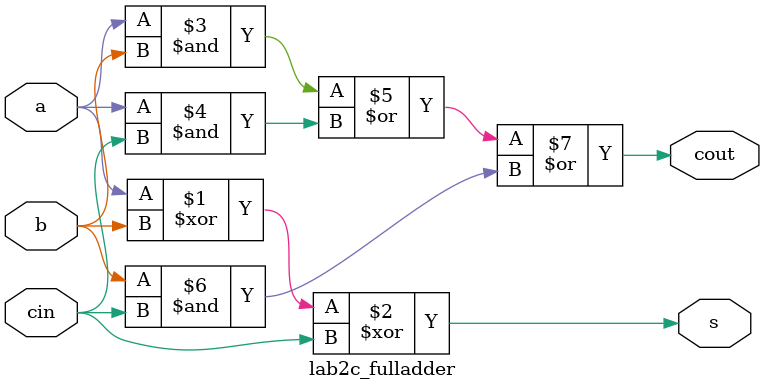
<source format=v>
module lab2c_fulladder (
    input a, b, cin,
    output cout, s
);
    assign s  = a ^ b ^ cin;          
    assign cout = (a & b) | (a & cin) | (b & cin);
endmodule
</source>
